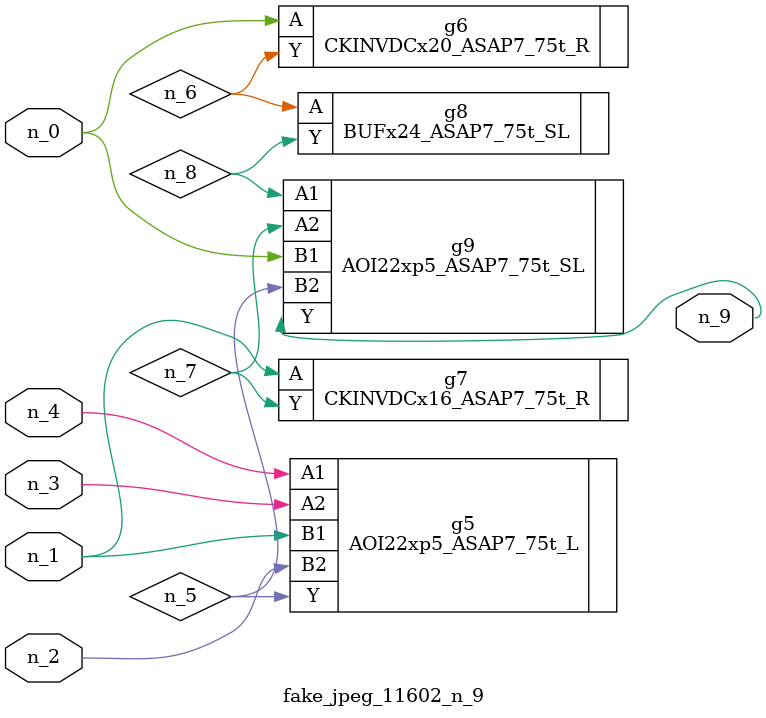
<source format=v>
module fake_jpeg_11602_n_9 (n_3, n_2, n_1, n_0, n_4, n_9);

input n_3;
input n_2;
input n_1;
input n_0;
input n_4;

output n_9;

wire n_8;
wire n_6;
wire n_5;
wire n_7;

AOI22xp5_ASAP7_75t_L g5 ( 
.A1(n_4),
.A2(n_3),
.B1(n_1),
.B2(n_2),
.Y(n_5)
);

CKINVDCx20_ASAP7_75t_R g6 ( 
.A(n_0),
.Y(n_6)
);

CKINVDCx16_ASAP7_75t_R g7 ( 
.A(n_1),
.Y(n_7)
);

BUFx24_ASAP7_75t_SL g8 ( 
.A(n_6),
.Y(n_8)
);

AOI22xp5_ASAP7_75t_SL g9 ( 
.A1(n_8),
.A2(n_7),
.B1(n_0),
.B2(n_5),
.Y(n_9)
);


endmodule
</source>
